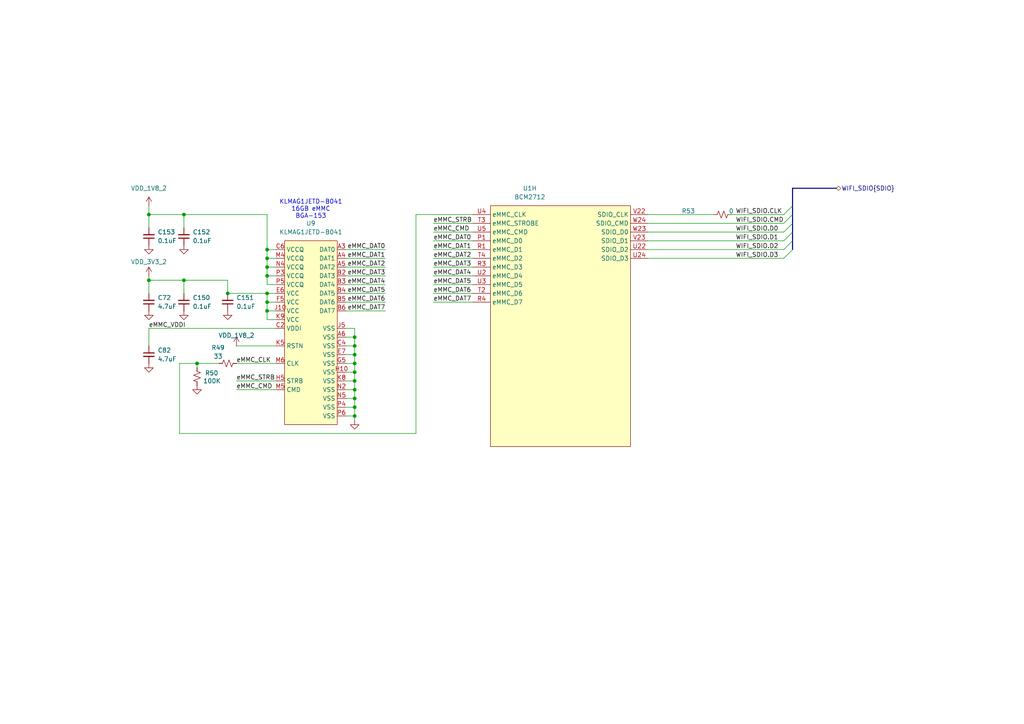
<source format=kicad_sch>
(kicad_sch (version 20250114) (generator "eeschema") (generator_version "9.0")
  (paper "A4")
  (title_block (title "RPi CM5 BCM2712 eMMC and QSPI") (comment 2 "Guaranteed to be inaccurate") (comment 3 "License: CC BY-SA 4.0 (https://creativecommons.org/licenses/by-sa/4.0/)") (comment 4 "Reverse engineered by Tube Time"))
  (text "KLMAG1JETD-B041\n16GB eMMC\nBGA-153" (at 90.17 60.706 0) (effects (font (size 1.27 1.27))))
  (junction (at 102.87 102.87))
  (junction (at 102.87 118.11))
  (junction (at 77.47 77.47))
  (junction (at 102.87 105.41))
  (junction (at 57.15 105.41))
  (junction (at 102.87 97.79))
  (junction (at 102.87 110.49))
  (junction (at 43.18 81.28))
  (junction (at 102.87 107.95))
  (junction (at 53.34 81.28))
  (junction (at 102.87 100.33))
  (junction (at 77.47 90.17))
  (junction (at 102.87 115.57))
  (junction (at 77.47 80.01))
  (junction (at 102.87 120.65))
  (junction (at 77.47 72.39))
  (junction (at 77.47 85.09))
  (junction (at 77.47 74.93))
  (junction (at 43.18 62.23))
  (junction (at 66.04 85.09))
  (junction (at 53.34 62.23))
  (junction (at 102.87 113.03))
  (junction (at 77.47 87.63))
  (bus_entry (at 229.87 64.77) (size -2.54 2.54))
  (bus_entry (at 229.87 69.85) (size -2.54 2.54))
  (bus_entry (at 229.87 62.23) (size -2.54 2.54))
  (bus_entry (at 229.87 59.69) (size -2.54 2.54))
  (bus_entry (at 229.87 67.31) (size -2.54 2.54))
  (bus_entry (at 227.33 74.93) (size 2.54 -2.54))
  (wire (pts (xy 57.15 105.41) (xy 63.5 105.41)))
  (wire (pts (xy 100.33 102.87) (xy 102.87 102.87)))
  (wire (pts (xy 137.16 69.85) (xy 125.73 69.85)))
  (wire (pts (xy 77.47 62.23) (xy 77.47 72.39)))
  (wire (pts (xy 100.33 72.39) (xy 111.76 72.39)))
  (wire (pts (xy 77.47 80.01) (xy 80.01 80.01)))
  (wire (pts (xy 102.87 120.65) (xy 102.87 121.92)))
  (wire (pts (xy 100.33 82.55) (xy 111.76 82.55)))
  (wire (pts (xy 68.58 100.33) (xy 80.01 100.33)))
  (wire (pts (xy 77.47 72.39) (xy 80.01 72.39)))
  (wire (pts (xy 52.07 125.73) (xy 120.65 125.73)))
  (wire (pts (xy 137.16 82.55) (xy 125.73 82.55)))
  (wire (pts (xy 102.87 102.87) (xy 102.87 105.41)))
  (bus (pts (xy 242.57 54.61) (xy 229.87 54.61)))
  (wire (pts (xy 102.87 107.95) (xy 102.87 110.49)))
  (wire (pts (xy 43.18 95.25) (xy 80.01 95.25)))
  (wire (pts (xy 100.33 118.11) (xy 102.87 118.11)))
  (wire (pts (xy 77.47 80.01) (xy 77.47 82.55)))
  (wire (pts (xy 187.96 74.93) (xy 227.33 74.93)))
  (wire (pts (xy 77.47 85.09) (xy 66.04 85.09)))
  (bus (pts (xy 229.87 64.77) (xy 229.87 67.31)))
  (wire (pts (xy 187.96 72.39) (xy 227.33 72.39)))
  (bus (pts (xy 229.87 59.69) (xy 229.87 62.23)))
  (wire (pts (xy 125.73 67.31) (xy 137.16 67.31)))
  (wire (pts (xy 68.58 105.41) (xy 80.01 105.41)))
  (wire (pts (xy 100.33 113.03) (xy 102.87 113.03)))
  (wire (pts (xy 80.01 85.09) (xy 77.47 85.09)))
  (wire (pts (xy 100.33 105.41) (xy 102.87 105.41)))
  (wire (pts (xy 102.87 95.25) (xy 102.87 97.79)))
  (wire (pts (xy 100.33 110.49) (xy 102.87 110.49)))
  (wire (pts (xy 77.47 72.39) (xy 77.47 74.93)))
  (wire (pts (xy 102.87 110.49) (xy 102.87 113.03)))
  (wire (pts (xy 100.33 74.93) (xy 111.76 74.93)))
  (wire (pts (xy 137.16 80.01) (xy 125.73 80.01)))
  (wire (pts (xy 120.65 62.23) (xy 120.65 125.73)))
  (wire (pts (xy 68.58 113.03) (xy 80.01 113.03)))
  (wire (pts (xy 100.33 107.95) (xy 102.87 107.95)))
  (wire (pts (xy 100.33 77.47) (xy 111.76 77.47)))
  (wire (pts (xy 43.18 66.04) (xy 43.18 62.23)))
  (wire (pts (xy 43.18 62.23) (xy 53.34 62.23)))
  (wire (pts (xy 57.15 105.41) (xy 52.07 105.41)))
  (wire (pts (xy 100.33 85.09) (xy 111.76 85.09)))
  (bus (pts (xy 229.87 62.23) (xy 229.87 64.77)))
  (wire (pts (xy 66.04 81.28) (xy 66.04 85.09)))
  (wire (pts (xy 53.34 62.23) (xy 77.47 62.23)))
  (wire (pts (xy 137.16 87.63) (xy 125.73 87.63)))
  (wire (pts (xy 187.96 69.85) (xy 227.33 69.85)))
  (wire (pts (xy 212.09 62.23) (xy 227.33 62.23)))
  (wire (pts (xy 102.87 115.57) (xy 102.87 118.11)))
  (wire (pts (xy 137.16 62.23) (xy 120.65 62.23)))
  (wire (pts (xy 100.33 87.63) (xy 111.76 87.63)))
  (wire (pts (xy 77.47 92.71) (xy 77.47 90.17)))
  (wire (pts (xy 77.47 77.47) (xy 80.01 77.47)))
  (bus (pts (xy 229.87 69.85) (xy 229.87 72.39)))
  (wire (pts (xy 102.87 97.79) (xy 102.87 100.33)))
  (bus (pts (xy 229.87 54.61) (xy 229.87 59.69)))
  (wire (pts (xy 137.16 85.09) (xy 125.73 85.09)))
  (wire (pts (xy 43.18 80.01) (xy 43.18 81.28)))
  (wire (pts (xy 187.96 62.23) (xy 207.01 62.23)))
  (wire (pts (xy 77.47 90.17) (xy 77.47 87.63)))
  (wire (pts (xy 43.18 95.25) (xy 43.18 100.33)))
  (wire (pts (xy 100.33 95.25) (xy 102.87 95.25)))
  (wire (pts (xy 77.47 74.93) (xy 80.01 74.93)))
  (wire (pts (xy 137.16 72.39) (xy 125.73 72.39)))
  (wire (pts (xy 102.87 100.33) (xy 102.87 102.87)))
  (wire (pts (xy 100.33 90.17) (xy 111.76 90.17)))
  (wire (pts (xy 77.47 74.93) (xy 77.47 77.47)))
  (wire (pts (xy 102.87 113.03) (xy 102.87 115.57)))
  (wire (pts (xy 80.01 90.17) (xy 77.47 90.17)))
  (wire (pts (xy 68.58 110.49) (xy 80.01 110.49)))
  (wire (pts (xy 100.33 100.33) (xy 102.87 100.33)))
  (wire (pts (xy 77.47 87.63) (xy 77.47 85.09)))
  (wire (pts (xy 137.16 74.93) (xy 125.73 74.93)))
  (wire (pts (xy 53.34 81.28) (xy 53.34 85.09)))
  (wire (pts (xy 137.16 77.47) (xy 125.73 77.47)))
  (wire (pts (xy 80.01 82.55) (xy 77.47 82.55)))
  (bus (pts (xy 229.87 67.31) (xy 229.87 69.85)))
  (wire (pts (xy 80.01 87.63) (xy 77.47 87.63)))
  (wire (pts (xy 125.73 64.77) (xy 137.16 64.77)))
  (wire (pts (xy 100.33 120.65) (xy 102.87 120.65)))
  (wire (pts (xy 53.34 81.28) (xy 66.04 81.28)))
  (wire (pts (xy 187.96 67.31) (xy 227.33 67.31)))
  (wire (pts (xy 100.33 115.57) (xy 102.87 115.57)))
  (wire (pts (xy 43.18 85.09) (xy 43.18 81.28)))
  (wire (pts (xy 77.47 77.47) (xy 77.47 80.01)))
  (wire (pts (xy 102.87 118.11) (xy 102.87 120.65)))
  (wire (pts (xy 43.18 59.69) (xy 43.18 62.23)))
  (wire (pts (xy 100.33 97.79) (xy 102.87 97.79)))
  (wire (pts (xy 102.87 105.41) (xy 102.87 107.95)))
  (wire (pts (xy 43.18 81.28) (xy 53.34 81.28)))
  (wire (pts (xy 52.07 105.41) (xy 52.07 125.73)))
  (wire (pts (xy 57.15 106.68) (xy 57.15 105.41)))
  (wire (pts (xy 187.96 64.77) (xy 227.33 64.77)))
  (wire (pts (xy 80.01 92.71) (xy 77.47 92.71)))
  (wire (pts (xy 53.34 66.04) (xy 53.34 62.23)))
  (wire (pts (xy 100.33 80.01) (xy 111.76 80.01)))
  (label "eMMC_VDDI" (at 43.18 95.25 0))
  (label "eMMC_CLK" (at 68.58 105.41 0))
  (label "eMMC_STRB" (at 125.73 64.77 0))
  (label "eMMC_DAT2" (at 125.73 74.93 0))
  (label "WIFI_SDIO.D1" (at 213.36 69.85 0))
  (label "WIFI_SDIO.D2" (at 213.36 72.39 0))
  (label "WIFI_SDIO.D0" (at 213.36 67.31 0))
  (label "eMMC_DAT5" (at 111.76 85.09 180))
  (label "eMMC_DAT0" (at 125.73 69.85 0))
  (label "eMMC_DAT1" (at 111.76 74.93 180))
  (label "eMMC_DAT6" (at 111.76 87.63 180))
  (label "eMMC_CMD" (at 125.73 67.31 0))
  (label "eMMC_DAT1" (at 125.73 72.39 0))
  (label "WIFI_SDIO.D3" (at 213.36 74.93 0))
  (label "WIFI_SDIO.CLK" (at 213.36 62.23 0))
  (label "eMMC_DAT0" (at 111.76 72.39 180))
  (label "WIFI_SDIO.CMD" (at 213.36 64.77 0))
  (label "eMMC_DAT3" (at 111.76 80.01 180))
  (label "eMMC_DAT4" (at 125.73 80.01 0))
  (label "eMMC_DAT4" (at 111.76 82.55 180))
  (label "eMMC_CMD" (at 68.58 113.03 0))
  (label "eMMC_DAT3" (at 125.73 77.47 0))
  (label "eMMC_DAT5" (at 125.73 82.55 0))
  (label "eMMC_STRB" (at 68.58 110.49 0))
  (label "eMMC_DAT6" (at 125.73 85.09 0))
  (label "eMMC_DAT7" (at 111.76 90.17 180))
  (label "eMMC_DAT2" (at 111.76 77.47 180))
  (label "eMMC_DAT7" (at 125.73 87.63 0))
  (hierarchical_label "WIFI_SDIO{SDIO}" (shape bidirectional) (at 242.57 54.61 0))
  (symbol (lib_id "CM5:BCM2712") (at 142.24 59.69 0) (unit 8)
    (property "Reference" "U1" (at 153.67 54.61 0))
    (property "Value" "BCM2712" (at 153.67 57.15 0))
    (property "Footprint" "Active:BGA-586_25x25_17.0x17.0mm" (effects (hide yes)))
  )
  (symbol (lib_id "Device:C_Small") (at 43.18 87.63 180) (unit 1)
    (property "Reference" "C72" (at 45.72 86.3535 0) (effects (justify right)))
    (property "Value" "4.7uF" (at 45.72 88.8935 0) (effects (justify right)))
    (property "Footprint" "Capacitor_SMD:C_0402_1005Metric" (effects (hide yes)))
  )
  (symbol (lib_id "power:GND") (at 43.18 105.41 0) (unit 1)
    (property "Reference" "#PWR0109" (effects (hide yes)))
    (property "Value" "GND" (effects (hide yes)))
    (property "Description" "Power symbol creates a global label with name \"GND\" , ground" (effects (hide yes)))
  )
  (symbol (lib_id "power:GND") (at 53.34 71.12 0) (unit 1)
    (property "Reference" "#PWR0110" (effects (hide yes)))
    (property "Value" "GND" (effects (hide yes)))
    (property "Description" "Power symbol creates a global label with name \"GND\" , ground" (effects (hide yes)))
  )
  (symbol (lib_id "Device:C_Small") (at 43.18 102.87 0) (unit 1)
    (property "Reference" "C82" (at 45.72 101.6062 0) (effects (justify left)))
    (property "Value" "4.7uF" (at 45.72 104.1462 0) (effects (justify left)))
    (property "Footprint" "Capacitor_SMD:C_0402_1005Metric" (effects (hide yes)))
  )
  (symbol (lib_id "power:GND") (at 66.04 90.17 0) (unit 1)
    (property "Reference" "#PWR0202" (effects (hide yes)))
    (property "Value" "GND" (effects (hide yes)))
    (property "Description" "Power symbol creates a global label with name \"GND\" , ground" (effects (hide yes)))
  )
  (symbol (lib_id "power:GND") (at 43.18 71.12 0) (unit 1)
    (property "Reference" "#PWR0111" (effects (hide yes)))
    (property "Value" "GND" (effects (hide yes)))
    (property "Description" "Power symbol creates a global label with name \"GND\" , ground" (effects (hide yes)))
  )
  (symbol (lib_id "power:GND") (at 102.87 121.92 0) (unit 1)
    (property "Reference" "#PWR0108" (effects (hide yes)))
    (property "Value" "GND" (effects (hide yes)))
    (property "Description" "Power symbol creates a global label with name \"GND\" , ground" (effects (hide yes)))
  )
  (symbol (lib_id "power:+5V") (at 68.58 100.33 0) (unit 1)
    (property "Reference" "#PWR0479" (effects (hide yes)))
    (property "Value" "VDD_1V8_2" (at 68.58 97.282 0))
    (property "Description" "Power symbol creates a global label with name \"+5V\"" (effects (hide yes)))
  )
  (symbol (lib_id "power:GND") (at 53.34 90.17 0) (unit 1)
    (property "Reference" "#PWR0348" (effects (hide yes)))
    (property "Value" "GND" (effects (hide yes)))
    (property "Description" "Power symbol creates a global label with name \"GND\" , ground" (effects (hide yes)))
  )
  (symbol (lib_id "Device:C_Small") (at 43.18 68.58 180) (unit 1)
    (property "Reference" "C153" (at 45.72 67.3035 0) (effects (justify right)))
    (property "Value" "0.1uF" (at 45.72 69.8435 0) (effects (justify right)))
    (property "Footprint" "Capacitor_SMD:C_0201_0603Metric" (effects (hide yes)))
  )
  (symbol (lib_id "Device:R_Small_US") (at 66.04 105.41 270) (unit 1)
    (property "Reference" "R49" (at 63.246 100.838 90))
    (property "Value" "33" (at 63.246 103.378 90))
    (property "Footprint" "Resistor_SMD:R_0201_0603Metric" (effects (hide yes)))
  )
  (symbol (lib_id "power:+5V") (at 43.18 59.69 0) (unit 1)
    (property "Reference" "#PWR0433" (effects (hide yes)))
    (property "Value" "VDD_1V8_2" (at 43.18 54.61 0))
    (property "Description" "Power symbol creates a global label with name \"+5V\"" (effects (hide yes)))
  )
  (symbol (lib_id "power:+5V") (at 43.18 80.01 0) (unit 1)
    (property "Reference" "#PWR0200" (effects (hide yes)))
    (property "Value" "VDD_3V3_2" (at 43.18 75.946 0))
    (property "Description" "Power symbol creates a global label with name \"+5V\"" (effects (hide yes)))
  )
  (symbol (lib_id "Device:C_Small") (at 53.34 68.58 180) (unit 1)
    (property "Reference" "C152" (at 55.88 67.3035 0) (effects (justify right)))
    (property "Value" "0.1uF" (at 55.88 69.8435 0) (effects (justify right)))
    (property "Footprint" "Capacitor_SMD:C_0201_0603Metric" (effects (hide yes)))
  )
  (symbol (lib_id "power:GND") (at 43.18 90.17 0) (unit 1)
    (property "Reference" "#PWR0422" (effects (hide yes)))
    (property "Value" "GND" (effects (hide yes)))
    (property "Description" "Power symbol creates a global label with name \"GND\" , ground" (effects (hide yes)))
  )
  (symbol (lib_id "Device:R_Small_US") (at 209.55 62.23 90) (unit 1)
    (property "Reference" "R53" (at 199.644 61.214 90))
    (property "Value" "0" (at 212.09 61.214 90))
    (property "Footprint" "Resistor_SMD:R_0201_0603Metric" (effects (hide yes)))
  )
  (symbol (lib_id "Device:C_Small") (at 66.04 87.63 180) (unit 1)
    (property "Reference" "C151" (at 68.58 86.3535 0) (effects (justify right)))
    (property "Value" "0.1uF" (at 68.58 88.8935 0) (effects (justify right)))
    (property "Footprint" "Capacitor_SMD:C_0201_0603Metric" (effects (hide yes)))
  )
  (symbol (lib_id "CM5:KLMAG1JETD-B041") (at 82.55 69.85 0) (unit 1)
    (property "Reference" "U9" (at 90.17 64.77 0))
    (property "Value" "KLMAG1JETD-B041" (at 90.17 67.31 0))
    (property "Footprint" "Package_BGA:LFBGA-153_11.5x13mm_Layout14x14_P0.5mm" (effects (hide yes)))
  )
  (symbol (lib_id "power:GND") (at 57.15 111.76 0) (unit 1)
    (property "Reference" "#PWR0362" (effects (hide yes)))
    (property "Value" "GND" (effects (hide yes)))
    (property "Description" "Power symbol creates a global label with name \"GND\" , ground" (effects (hide yes)))
  )
  (symbol (lib_id "Device:C_Small") (at 53.34 87.63 180) (unit 1)
    (property "Reference" "C150" (at 55.88 86.3535 0) (effects (justify right)))
    (property "Value" "0.1uF" (at 55.88 88.8935 0) (effects (justify right)))
    (property "Footprint" "Capacitor_SMD:C_0201_0603Metric" (effects (hide yes)))
  )
  (symbol (lib_id "Device:R_Small_US") (at 57.15 109.22 0) (unit 1)
    (property "Reference" "R50" (at 59.436 108.204 0) (effects (justify left)))
    (property "Value" "100K" (at 58.928 110.49 0) (effects (justify left)))
    (property "Footprint" "Resistor_SMD:R_0201_0603Metric" (effects (hide yes)))
  )
)
</source>
